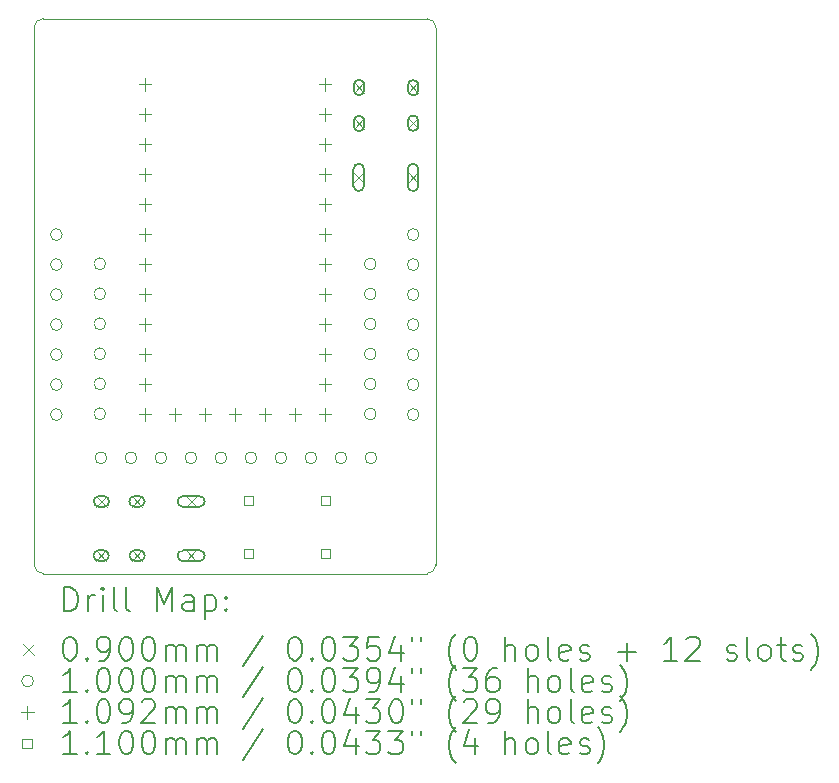
<source format=gbr>
%TF.GenerationSoftware,KiCad,Pcbnew,7.0.5*%
%TF.CreationDate,2023-06-20T21:04:07+08:00*%
%TF.ProjectId,handwire microboard,68616e64-7769-4726-9520-6d6963726f62,rev?*%
%TF.SameCoordinates,Original*%
%TF.FileFunction,Drillmap*%
%TF.FilePolarity,Positive*%
%FSLAX45Y45*%
G04 Gerber Fmt 4.5, Leading zero omitted, Abs format (unit mm)*
G04 Created by KiCad (PCBNEW 7.0.5) date 2023-06-20 21:04:07*
%MOMM*%
%LPD*%
G01*
G04 APERTURE LIST*
%ADD10C,0.100000*%
%ADD11C,0.200000*%
%ADD12C,0.090000*%
%ADD13C,0.109220*%
%ADD14C,0.110000*%
G04 APERTURE END LIST*
D10*
X11543500Y-8161020D02*
X8293900Y-8161020D01*
X8217700Y-8237220D02*
X8217700Y-12783820D01*
X8217698Y-12783820D02*
G75*
G03*
X8294081Y-12860201I76382J0D01*
G01*
X11619700Y-12783820D02*
X11619700Y-8237220D01*
X11619700Y-8237220D02*
G75*
G03*
X11543500Y-8161020I-76200J0D01*
G01*
X11543500Y-12860020D02*
G75*
G03*
X11619700Y-12783820I0J76200D01*
G01*
X8294081Y-12860201D02*
X11543500Y-12860020D01*
X8293900Y-8161020D02*
G75*
G03*
X8217700Y-8237220I0J-76200D01*
G01*
D11*
D12*
X8740225Y-12662620D02*
X8830225Y-12752620D01*
X8830225Y-12662620D02*
X8740225Y-12752620D01*
D11*
X8765225Y-12752620D02*
X8805225Y-12752620D01*
X8805225Y-12752620D02*
G75*
G03*
X8805225Y-12662620I0J45000D01*
G01*
X8805225Y-12662620D02*
X8765225Y-12662620D01*
X8765225Y-12662620D02*
G75*
G03*
X8765225Y-12752620I0J-45000D01*
G01*
D12*
X8742725Y-12204020D02*
X8832725Y-12294020D01*
X8832725Y-12204020D02*
X8742725Y-12294020D01*
D11*
X8767725Y-12294020D02*
X8807725Y-12294020D01*
X8807725Y-12294020D02*
G75*
G03*
X8807725Y-12204020I0J45000D01*
G01*
X8807725Y-12204020D02*
X8767725Y-12204020D01*
X8767725Y-12204020D02*
G75*
G03*
X8767725Y-12294020I0J-45000D01*
G01*
D12*
X9042725Y-12204020D02*
X9132725Y-12294020D01*
X9132725Y-12204020D02*
X9042725Y-12294020D01*
D11*
X9067725Y-12294020D02*
X9107725Y-12294020D01*
X9107725Y-12294020D02*
G75*
G03*
X9107725Y-12204020I0J45000D01*
G01*
X9107725Y-12204020D02*
X9067725Y-12204020D01*
X9067725Y-12204020D02*
G75*
G03*
X9067725Y-12294020I0J-45000D01*
G01*
D12*
X9045025Y-12662620D02*
X9135025Y-12752620D01*
X9135025Y-12662620D02*
X9045025Y-12752620D01*
D11*
X9070025Y-12752620D02*
X9110025Y-12752620D01*
X9110025Y-12752620D02*
G75*
G03*
X9110025Y-12662620I0J45000D01*
G01*
X9110025Y-12662620D02*
X9070025Y-12662620D01*
X9070025Y-12662620D02*
G75*
G03*
X9070025Y-12752620I0J-45000D01*
G01*
D12*
X9502225Y-12664020D02*
X9592225Y-12754020D01*
X9592225Y-12664020D02*
X9502225Y-12754020D01*
D11*
X9477225Y-12754020D02*
X9617225Y-12754020D01*
X9617225Y-12754020D02*
G75*
G03*
X9617225Y-12664020I0J45000D01*
G01*
X9617225Y-12664020D02*
X9477225Y-12664020D01*
X9477225Y-12664020D02*
G75*
G03*
X9477225Y-12754020I0J-45000D01*
G01*
D12*
X9502725Y-12204020D02*
X9592725Y-12294020D01*
X9592725Y-12204020D02*
X9502725Y-12294020D01*
D11*
X9477725Y-12294020D02*
X9617725Y-12294020D01*
X9617725Y-12294020D02*
G75*
G03*
X9617725Y-12204020I0J45000D01*
G01*
X9617725Y-12204020D02*
X9477725Y-12204020D01*
X9477725Y-12204020D02*
G75*
G03*
X9477725Y-12294020I0J-45000D01*
G01*
D12*
X10921320Y-9460785D02*
X11011320Y-9550785D01*
X11011320Y-9460785D02*
X10921320Y-9550785D01*
D11*
X10921320Y-9435785D02*
X10921320Y-9575785D01*
X10921320Y-9575785D02*
G75*
G03*
X11011320Y-9575785I45000J0D01*
G01*
X11011320Y-9575785D02*
X11011320Y-9435785D01*
X11011320Y-9435785D02*
G75*
G03*
X10921320Y-9435785I-45000J0D01*
G01*
D12*
X10922720Y-8698785D02*
X11012720Y-8788785D01*
X11012720Y-8698785D02*
X10922720Y-8788785D01*
D11*
X10922720Y-8723785D02*
X10922720Y-8763785D01*
X10922720Y-8763785D02*
G75*
G03*
X11012720Y-8763785I45000J0D01*
G01*
X11012720Y-8763785D02*
X11012720Y-8723785D01*
X11012720Y-8723785D02*
G75*
G03*
X10922720Y-8723785I-45000J0D01*
G01*
D12*
X10922720Y-9003585D02*
X11012720Y-9093585D01*
X11012720Y-9003585D02*
X10922720Y-9093585D01*
D11*
X10922720Y-9028585D02*
X10922720Y-9068585D01*
X10922720Y-9068585D02*
G75*
G03*
X11012720Y-9068585I45000J0D01*
G01*
X11012720Y-9068585D02*
X11012720Y-9028585D01*
X11012720Y-9028585D02*
G75*
G03*
X10922720Y-9028585I-45000J0D01*
G01*
D12*
X11381320Y-8701285D02*
X11471320Y-8791285D01*
X11471320Y-8701285D02*
X11381320Y-8791285D01*
D11*
X11381320Y-8726285D02*
X11381320Y-8766285D01*
X11381320Y-8766285D02*
G75*
G03*
X11471320Y-8766285I45000J0D01*
G01*
X11471320Y-8766285D02*
X11471320Y-8726285D01*
X11471320Y-8726285D02*
G75*
G03*
X11381320Y-8726285I-45000J0D01*
G01*
D12*
X11381320Y-9001285D02*
X11471320Y-9091285D01*
X11471320Y-9001285D02*
X11381320Y-9091285D01*
D11*
X11381320Y-9026285D02*
X11381320Y-9066285D01*
X11381320Y-9066285D02*
G75*
G03*
X11471320Y-9066285I45000J0D01*
G01*
X11471320Y-9066285D02*
X11471320Y-9026285D01*
X11471320Y-9026285D02*
G75*
G03*
X11381320Y-9026285I-45000J0D01*
G01*
D12*
X11381320Y-9461285D02*
X11471320Y-9551285D01*
X11471320Y-9461285D02*
X11381320Y-9551285D01*
D11*
X11381320Y-9436285D02*
X11381320Y-9576285D01*
X11381320Y-9576285D02*
G75*
G03*
X11471320Y-9576285I45000J0D01*
G01*
X11471320Y-9576285D02*
X11471320Y-9436285D01*
X11471320Y-9436285D02*
G75*
G03*
X11381320Y-9436285I-45000J0D01*
G01*
D10*
X8455660Y-9989820D02*
G75*
G03*
X8455660Y-9989820I-50000J0D01*
G01*
X8455660Y-10243820D02*
G75*
G03*
X8455660Y-10243820I-50000J0D01*
G01*
X8455660Y-10497820D02*
G75*
G03*
X8455660Y-10497820I-50000J0D01*
G01*
X8455660Y-10751820D02*
G75*
G03*
X8455660Y-10751820I-50000J0D01*
G01*
X8455660Y-11005820D02*
G75*
G03*
X8455660Y-11005820I-50000J0D01*
G01*
X8455660Y-11259820D02*
G75*
G03*
X8455660Y-11259820I-50000J0D01*
G01*
X8455660Y-11513820D02*
G75*
G03*
X8455660Y-11513820I-50000J0D01*
G01*
X8823960Y-10236200D02*
G75*
G03*
X8823960Y-10236200I-50000J0D01*
G01*
X8823960Y-10490200D02*
G75*
G03*
X8823960Y-10490200I-50000J0D01*
G01*
X8823960Y-10744200D02*
G75*
G03*
X8823960Y-10744200I-50000J0D01*
G01*
X8823960Y-10998200D02*
G75*
G03*
X8823960Y-10998200I-50000J0D01*
G01*
X8823960Y-11252200D02*
G75*
G03*
X8823960Y-11252200I-50000J0D01*
G01*
X8823960Y-11506200D02*
G75*
G03*
X8823960Y-11506200I-50000J0D01*
G01*
X8833320Y-11879580D02*
G75*
G03*
X8833320Y-11879580I-50000J0D01*
G01*
X9087320Y-11879580D02*
G75*
G03*
X9087320Y-11879580I-50000J0D01*
G01*
X9341320Y-11879580D02*
G75*
G03*
X9341320Y-11879580I-50000J0D01*
G01*
X9595320Y-11879580D02*
G75*
G03*
X9595320Y-11879580I-50000J0D01*
G01*
X9849320Y-11879580D02*
G75*
G03*
X9849320Y-11879580I-50000J0D01*
G01*
X10103320Y-11879580D02*
G75*
G03*
X10103320Y-11879580I-50000J0D01*
G01*
X10357320Y-11879580D02*
G75*
G03*
X10357320Y-11879580I-50000J0D01*
G01*
X10611320Y-11879580D02*
G75*
G03*
X10611320Y-11879580I-50000J0D01*
G01*
X10865320Y-11879580D02*
G75*
G03*
X10865320Y-11879580I-50000J0D01*
G01*
X11113440Y-10238740D02*
G75*
G03*
X11113440Y-10238740I-50000J0D01*
G01*
X11113440Y-10492740D02*
G75*
G03*
X11113440Y-10492740I-50000J0D01*
G01*
X11113440Y-10746740D02*
G75*
G03*
X11113440Y-10746740I-50000J0D01*
G01*
X11113440Y-11000740D02*
G75*
G03*
X11113440Y-11000740I-50000J0D01*
G01*
X11113440Y-11254740D02*
G75*
G03*
X11113440Y-11254740I-50000J0D01*
G01*
X11113440Y-11508740D02*
G75*
G03*
X11113440Y-11508740I-50000J0D01*
G01*
X11119320Y-11879580D02*
G75*
G03*
X11119320Y-11879580I-50000J0D01*
G01*
X11476660Y-9989820D02*
G75*
G03*
X11476660Y-9989820I-50000J0D01*
G01*
X11476660Y-10243820D02*
G75*
G03*
X11476660Y-10243820I-50000J0D01*
G01*
X11476660Y-10497820D02*
G75*
G03*
X11476660Y-10497820I-50000J0D01*
G01*
X11476660Y-10751820D02*
G75*
G03*
X11476660Y-10751820I-50000J0D01*
G01*
X11476660Y-11005820D02*
G75*
G03*
X11476660Y-11005820I-50000J0D01*
G01*
X11476660Y-11259820D02*
G75*
G03*
X11476660Y-11259820I-50000J0D01*
G01*
X11476660Y-11513820D02*
G75*
G03*
X11476660Y-11513820I-50000J0D01*
G01*
D13*
X9156700Y-8660685D02*
X9156700Y-8769905D01*
X9102090Y-8715295D02*
X9211310Y-8715295D01*
X9156700Y-8914685D02*
X9156700Y-9023905D01*
X9102090Y-8969295D02*
X9211310Y-8969295D01*
X9156700Y-9168685D02*
X9156700Y-9277905D01*
X9102090Y-9223295D02*
X9211310Y-9223295D01*
X9156700Y-9422685D02*
X9156700Y-9531905D01*
X9102090Y-9477295D02*
X9211310Y-9477295D01*
X9156700Y-9676685D02*
X9156700Y-9785905D01*
X9102090Y-9731295D02*
X9211310Y-9731295D01*
X9156700Y-9930685D02*
X9156700Y-10039905D01*
X9102090Y-9985295D02*
X9211310Y-9985295D01*
X9156700Y-10184685D02*
X9156700Y-10293905D01*
X9102090Y-10239295D02*
X9211310Y-10239295D01*
X9156700Y-10438685D02*
X9156700Y-10547905D01*
X9102090Y-10493295D02*
X9211310Y-10493295D01*
X9156700Y-10692685D02*
X9156700Y-10801905D01*
X9102090Y-10747295D02*
X9211310Y-10747295D01*
X9156700Y-10946685D02*
X9156700Y-11055905D01*
X9102090Y-11001295D02*
X9211310Y-11001295D01*
X9156700Y-11200685D02*
X9156700Y-11309905D01*
X9102090Y-11255295D02*
X9211310Y-11255295D01*
X9156700Y-11454685D02*
X9156700Y-11563905D01*
X9102090Y-11509295D02*
X9211310Y-11509295D01*
X9410700Y-11454685D02*
X9410700Y-11563905D01*
X9356090Y-11509295D02*
X9465310Y-11509295D01*
X9664700Y-11454685D02*
X9664700Y-11563905D01*
X9610090Y-11509295D02*
X9719310Y-11509295D01*
X9918700Y-11454685D02*
X9918700Y-11563905D01*
X9864090Y-11509295D02*
X9973310Y-11509295D01*
X10172700Y-11454685D02*
X10172700Y-11563905D01*
X10118090Y-11509295D02*
X10227310Y-11509295D01*
X10426700Y-11454685D02*
X10426700Y-11563905D01*
X10372090Y-11509295D02*
X10481310Y-11509295D01*
X10680700Y-8660685D02*
X10680700Y-8769905D01*
X10626090Y-8715295D02*
X10735310Y-8715295D01*
X10680700Y-8914685D02*
X10680700Y-9023905D01*
X10626090Y-8969295D02*
X10735310Y-8969295D01*
X10680700Y-9168685D02*
X10680700Y-9277905D01*
X10626090Y-9223295D02*
X10735310Y-9223295D01*
X10680700Y-9422685D02*
X10680700Y-9531905D01*
X10626090Y-9477295D02*
X10735310Y-9477295D01*
X10680700Y-9676685D02*
X10680700Y-9785905D01*
X10626090Y-9731295D02*
X10735310Y-9731295D01*
X10680700Y-9930685D02*
X10680700Y-10039905D01*
X10626090Y-9985295D02*
X10735310Y-9985295D01*
X10680700Y-10184685D02*
X10680700Y-10293905D01*
X10626090Y-10239295D02*
X10735310Y-10239295D01*
X10680700Y-10438685D02*
X10680700Y-10547905D01*
X10626090Y-10493295D02*
X10735310Y-10493295D01*
X10680700Y-10692685D02*
X10680700Y-10801905D01*
X10626090Y-10747295D02*
X10735310Y-10747295D01*
X10680700Y-10946685D02*
X10680700Y-11055905D01*
X10626090Y-11001295D02*
X10735310Y-11001295D01*
X10680700Y-11200685D02*
X10680700Y-11309905D01*
X10626090Y-11255295D02*
X10735310Y-11255295D01*
X10680700Y-11454685D02*
X10680700Y-11563905D01*
X10626090Y-11509295D02*
X10735310Y-11509295D01*
D14*
X10071891Y-12280211D02*
X10071891Y-12202429D01*
X9994109Y-12202429D01*
X9994109Y-12280211D01*
X10071891Y-12280211D01*
X10071891Y-12730211D02*
X10071891Y-12652429D01*
X9994109Y-12652429D01*
X9994109Y-12730211D01*
X10071891Y-12730211D01*
X10721891Y-12280211D02*
X10721891Y-12202429D01*
X10644109Y-12202429D01*
X10644109Y-12280211D01*
X10721891Y-12280211D01*
X10721891Y-12730211D02*
X10721891Y-12652429D01*
X10644109Y-12652429D01*
X10644109Y-12730211D01*
X10721891Y-12730211D01*
D11*
X8473477Y-13176685D02*
X8473477Y-12976685D01*
X8473477Y-12976685D02*
X8521096Y-12976685D01*
X8521096Y-12976685D02*
X8549667Y-12986209D01*
X8549667Y-12986209D02*
X8568715Y-13005257D01*
X8568715Y-13005257D02*
X8578239Y-13024304D01*
X8578239Y-13024304D02*
X8587763Y-13062399D01*
X8587763Y-13062399D02*
X8587763Y-13090971D01*
X8587763Y-13090971D02*
X8578239Y-13129066D01*
X8578239Y-13129066D02*
X8568715Y-13148114D01*
X8568715Y-13148114D02*
X8549667Y-13167161D01*
X8549667Y-13167161D02*
X8521096Y-13176685D01*
X8521096Y-13176685D02*
X8473477Y-13176685D01*
X8673477Y-13176685D02*
X8673477Y-13043352D01*
X8673477Y-13081447D02*
X8683001Y-13062399D01*
X8683001Y-13062399D02*
X8692524Y-13052876D01*
X8692524Y-13052876D02*
X8711572Y-13043352D01*
X8711572Y-13043352D02*
X8730620Y-13043352D01*
X8797286Y-13176685D02*
X8797286Y-13043352D01*
X8797286Y-12976685D02*
X8787763Y-12986209D01*
X8787763Y-12986209D02*
X8797286Y-12995733D01*
X8797286Y-12995733D02*
X8806810Y-12986209D01*
X8806810Y-12986209D02*
X8797286Y-12976685D01*
X8797286Y-12976685D02*
X8797286Y-12995733D01*
X8921096Y-13176685D02*
X8902048Y-13167161D01*
X8902048Y-13167161D02*
X8892524Y-13148114D01*
X8892524Y-13148114D02*
X8892524Y-12976685D01*
X9025858Y-13176685D02*
X9006810Y-13167161D01*
X9006810Y-13167161D02*
X8997286Y-13148114D01*
X8997286Y-13148114D02*
X8997286Y-12976685D01*
X9254429Y-13176685D02*
X9254429Y-12976685D01*
X9254429Y-12976685D02*
X9321096Y-13119542D01*
X9321096Y-13119542D02*
X9387763Y-12976685D01*
X9387763Y-12976685D02*
X9387763Y-13176685D01*
X9568715Y-13176685D02*
X9568715Y-13071923D01*
X9568715Y-13071923D02*
X9559191Y-13052876D01*
X9559191Y-13052876D02*
X9540144Y-13043352D01*
X9540144Y-13043352D02*
X9502048Y-13043352D01*
X9502048Y-13043352D02*
X9483001Y-13052876D01*
X9568715Y-13167161D02*
X9549667Y-13176685D01*
X9549667Y-13176685D02*
X9502048Y-13176685D01*
X9502048Y-13176685D02*
X9483001Y-13167161D01*
X9483001Y-13167161D02*
X9473477Y-13148114D01*
X9473477Y-13148114D02*
X9473477Y-13129066D01*
X9473477Y-13129066D02*
X9483001Y-13110019D01*
X9483001Y-13110019D02*
X9502048Y-13100495D01*
X9502048Y-13100495D02*
X9549667Y-13100495D01*
X9549667Y-13100495D02*
X9568715Y-13090971D01*
X9663953Y-13043352D02*
X9663953Y-13243352D01*
X9663953Y-13052876D02*
X9683001Y-13043352D01*
X9683001Y-13043352D02*
X9721096Y-13043352D01*
X9721096Y-13043352D02*
X9740144Y-13052876D01*
X9740144Y-13052876D02*
X9749667Y-13062399D01*
X9749667Y-13062399D02*
X9759191Y-13081447D01*
X9759191Y-13081447D02*
X9759191Y-13138590D01*
X9759191Y-13138590D02*
X9749667Y-13157638D01*
X9749667Y-13157638D02*
X9740144Y-13167161D01*
X9740144Y-13167161D02*
X9721096Y-13176685D01*
X9721096Y-13176685D02*
X9683001Y-13176685D01*
X9683001Y-13176685D02*
X9663953Y-13167161D01*
X9844905Y-13157638D02*
X9854429Y-13167161D01*
X9854429Y-13167161D02*
X9844905Y-13176685D01*
X9844905Y-13176685D02*
X9835382Y-13167161D01*
X9835382Y-13167161D02*
X9844905Y-13157638D01*
X9844905Y-13157638D02*
X9844905Y-13176685D01*
X9844905Y-13052876D02*
X9854429Y-13062399D01*
X9854429Y-13062399D02*
X9844905Y-13071923D01*
X9844905Y-13071923D02*
X9835382Y-13062399D01*
X9835382Y-13062399D02*
X9844905Y-13052876D01*
X9844905Y-13052876D02*
X9844905Y-13071923D01*
D12*
X8122700Y-13460201D02*
X8212700Y-13550201D01*
X8212700Y-13460201D02*
X8122700Y-13550201D01*
D11*
X8511572Y-13396685D02*
X8530620Y-13396685D01*
X8530620Y-13396685D02*
X8549667Y-13406209D01*
X8549667Y-13406209D02*
X8559191Y-13415733D01*
X8559191Y-13415733D02*
X8568715Y-13434780D01*
X8568715Y-13434780D02*
X8578239Y-13472876D01*
X8578239Y-13472876D02*
X8578239Y-13520495D01*
X8578239Y-13520495D02*
X8568715Y-13558590D01*
X8568715Y-13558590D02*
X8559191Y-13577638D01*
X8559191Y-13577638D02*
X8549667Y-13587161D01*
X8549667Y-13587161D02*
X8530620Y-13596685D01*
X8530620Y-13596685D02*
X8511572Y-13596685D01*
X8511572Y-13596685D02*
X8492524Y-13587161D01*
X8492524Y-13587161D02*
X8483001Y-13577638D01*
X8483001Y-13577638D02*
X8473477Y-13558590D01*
X8473477Y-13558590D02*
X8463953Y-13520495D01*
X8463953Y-13520495D02*
X8463953Y-13472876D01*
X8463953Y-13472876D02*
X8473477Y-13434780D01*
X8473477Y-13434780D02*
X8483001Y-13415733D01*
X8483001Y-13415733D02*
X8492524Y-13406209D01*
X8492524Y-13406209D02*
X8511572Y-13396685D01*
X8663953Y-13577638D02*
X8673477Y-13587161D01*
X8673477Y-13587161D02*
X8663953Y-13596685D01*
X8663953Y-13596685D02*
X8654429Y-13587161D01*
X8654429Y-13587161D02*
X8663953Y-13577638D01*
X8663953Y-13577638D02*
X8663953Y-13596685D01*
X8768715Y-13596685D02*
X8806810Y-13596685D01*
X8806810Y-13596685D02*
X8825858Y-13587161D01*
X8825858Y-13587161D02*
X8835382Y-13577638D01*
X8835382Y-13577638D02*
X8854429Y-13549066D01*
X8854429Y-13549066D02*
X8863953Y-13510971D01*
X8863953Y-13510971D02*
X8863953Y-13434780D01*
X8863953Y-13434780D02*
X8854429Y-13415733D01*
X8854429Y-13415733D02*
X8844905Y-13406209D01*
X8844905Y-13406209D02*
X8825858Y-13396685D01*
X8825858Y-13396685D02*
X8787763Y-13396685D01*
X8787763Y-13396685D02*
X8768715Y-13406209D01*
X8768715Y-13406209D02*
X8759191Y-13415733D01*
X8759191Y-13415733D02*
X8749667Y-13434780D01*
X8749667Y-13434780D02*
X8749667Y-13482399D01*
X8749667Y-13482399D02*
X8759191Y-13501447D01*
X8759191Y-13501447D02*
X8768715Y-13510971D01*
X8768715Y-13510971D02*
X8787763Y-13520495D01*
X8787763Y-13520495D02*
X8825858Y-13520495D01*
X8825858Y-13520495D02*
X8844905Y-13510971D01*
X8844905Y-13510971D02*
X8854429Y-13501447D01*
X8854429Y-13501447D02*
X8863953Y-13482399D01*
X8987763Y-13396685D02*
X9006810Y-13396685D01*
X9006810Y-13396685D02*
X9025858Y-13406209D01*
X9025858Y-13406209D02*
X9035382Y-13415733D01*
X9035382Y-13415733D02*
X9044905Y-13434780D01*
X9044905Y-13434780D02*
X9054429Y-13472876D01*
X9054429Y-13472876D02*
X9054429Y-13520495D01*
X9054429Y-13520495D02*
X9044905Y-13558590D01*
X9044905Y-13558590D02*
X9035382Y-13577638D01*
X9035382Y-13577638D02*
X9025858Y-13587161D01*
X9025858Y-13587161D02*
X9006810Y-13596685D01*
X9006810Y-13596685D02*
X8987763Y-13596685D01*
X8987763Y-13596685D02*
X8968715Y-13587161D01*
X8968715Y-13587161D02*
X8959191Y-13577638D01*
X8959191Y-13577638D02*
X8949667Y-13558590D01*
X8949667Y-13558590D02*
X8940144Y-13520495D01*
X8940144Y-13520495D02*
X8940144Y-13472876D01*
X8940144Y-13472876D02*
X8949667Y-13434780D01*
X8949667Y-13434780D02*
X8959191Y-13415733D01*
X8959191Y-13415733D02*
X8968715Y-13406209D01*
X8968715Y-13406209D02*
X8987763Y-13396685D01*
X9178239Y-13396685D02*
X9197286Y-13396685D01*
X9197286Y-13396685D02*
X9216334Y-13406209D01*
X9216334Y-13406209D02*
X9225858Y-13415733D01*
X9225858Y-13415733D02*
X9235382Y-13434780D01*
X9235382Y-13434780D02*
X9244905Y-13472876D01*
X9244905Y-13472876D02*
X9244905Y-13520495D01*
X9244905Y-13520495D02*
X9235382Y-13558590D01*
X9235382Y-13558590D02*
X9225858Y-13577638D01*
X9225858Y-13577638D02*
X9216334Y-13587161D01*
X9216334Y-13587161D02*
X9197286Y-13596685D01*
X9197286Y-13596685D02*
X9178239Y-13596685D01*
X9178239Y-13596685D02*
X9159191Y-13587161D01*
X9159191Y-13587161D02*
X9149667Y-13577638D01*
X9149667Y-13577638D02*
X9140144Y-13558590D01*
X9140144Y-13558590D02*
X9130620Y-13520495D01*
X9130620Y-13520495D02*
X9130620Y-13472876D01*
X9130620Y-13472876D02*
X9140144Y-13434780D01*
X9140144Y-13434780D02*
X9149667Y-13415733D01*
X9149667Y-13415733D02*
X9159191Y-13406209D01*
X9159191Y-13406209D02*
X9178239Y-13396685D01*
X9330620Y-13596685D02*
X9330620Y-13463352D01*
X9330620Y-13482399D02*
X9340144Y-13472876D01*
X9340144Y-13472876D02*
X9359191Y-13463352D01*
X9359191Y-13463352D02*
X9387763Y-13463352D01*
X9387763Y-13463352D02*
X9406810Y-13472876D01*
X9406810Y-13472876D02*
X9416334Y-13491923D01*
X9416334Y-13491923D02*
X9416334Y-13596685D01*
X9416334Y-13491923D02*
X9425858Y-13472876D01*
X9425858Y-13472876D02*
X9444905Y-13463352D01*
X9444905Y-13463352D02*
X9473477Y-13463352D01*
X9473477Y-13463352D02*
X9492525Y-13472876D01*
X9492525Y-13472876D02*
X9502048Y-13491923D01*
X9502048Y-13491923D02*
X9502048Y-13596685D01*
X9597286Y-13596685D02*
X9597286Y-13463352D01*
X9597286Y-13482399D02*
X9606810Y-13472876D01*
X9606810Y-13472876D02*
X9625858Y-13463352D01*
X9625858Y-13463352D02*
X9654429Y-13463352D01*
X9654429Y-13463352D02*
X9673477Y-13472876D01*
X9673477Y-13472876D02*
X9683001Y-13491923D01*
X9683001Y-13491923D02*
X9683001Y-13596685D01*
X9683001Y-13491923D02*
X9692525Y-13472876D01*
X9692525Y-13472876D02*
X9711572Y-13463352D01*
X9711572Y-13463352D02*
X9740144Y-13463352D01*
X9740144Y-13463352D02*
X9759191Y-13472876D01*
X9759191Y-13472876D02*
X9768715Y-13491923D01*
X9768715Y-13491923D02*
X9768715Y-13596685D01*
X10159191Y-13387161D02*
X9987763Y-13644304D01*
X10416334Y-13396685D02*
X10435382Y-13396685D01*
X10435382Y-13396685D02*
X10454429Y-13406209D01*
X10454429Y-13406209D02*
X10463953Y-13415733D01*
X10463953Y-13415733D02*
X10473477Y-13434780D01*
X10473477Y-13434780D02*
X10483001Y-13472876D01*
X10483001Y-13472876D02*
X10483001Y-13520495D01*
X10483001Y-13520495D02*
X10473477Y-13558590D01*
X10473477Y-13558590D02*
X10463953Y-13577638D01*
X10463953Y-13577638D02*
X10454429Y-13587161D01*
X10454429Y-13587161D02*
X10435382Y-13596685D01*
X10435382Y-13596685D02*
X10416334Y-13596685D01*
X10416334Y-13596685D02*
X10397287Y-13587161D01*
X10397287Y-13587161D02*
X10387763Y-13577638D01*
X10387763Y-13577638D02*
X10378239Y-13558590D01*
X10378239Y-13558590D02*
X10368715Y-13520495D01*
X10368715Y-13520495D02*
X10368715Y-13472876D01*
X10368715Y-13472876D02*
X10378239Y-13434780D01*
X10378239Y-13434780D02*
X10387763Y-13415733D01*
X10387763Y-13415733D02*
X10397287Y-13406209D01*
X10397287Y-13406209D02*
X10416334Y-13396685D01*
X10568715Y-13577638D02*
X10578239Y-13587161D01*
X10578239Y-13587161D02*
X10568715Y-13596685D01*
X10568715Y-13596685D02*
X10559191Y-13587161D01*
X10559191Y-13587161D02*
X10568715Y-13577638D01*
X10568715Y-13577638D02*
X10568715Y-13596685D01*
X10702048Y-13396685D02*
X10721096Y-13396685D01*
X10721096Y-13396685D02*
X10740144Y-13406209D01*
X10740144Y-13406209D02*
X10749668Y-13415733D01*
X10749668Y-13415733D02*
X10759191Y-13434780D01*
X10759191Y-13434780D02*
X10768715Y-13472876D01*
X10768715Y-13472876D02*
X10768715Y-13520495D01*
X10768715Y-13520495D02*
X10759191Y-13558590D01*
X10759191Y-13558590D02*
X10749668Y-13577638D01*
X10749668Y-13577638D02*
X10740144Y-13587161D01*
X10740144Y-13587161D02*
X10721096Y-13596685D01*
X10721096Y-13596685D02*
X10702048Y-13596685D01*
X10702048Y-13596685D02*
X10683001Y-13587161D01*
X10683001Y-13587161D02*
X10673477Y-13577638D01*
X10673477Y-13577638D02*
X10663953Y-13558590D01*
X10663953Y-13558590D02*
X10654429Y-13520495D01*
X10654429Y-13520495D02*
X10654429Y-13472876D01*
X10654429Y-13472876D02*
X10663953Y-13434780D01*
X10663953Y-13434780D02*
X10673477Y-13415733D01*
X10673477Y-13415733D02*
X10683001Y-13406209D01*
X10683001Y-13406209D02*
X10702048Y-13396685D01*
X10835382Y-13396685D02*
X10959191Y-13396685D01*
X10959191Y-13396685D02*
X10892525Y-13472876D01*
X10892525Y-13472876D02*
X10921096Y-13472876D01*
X10921096Y-13472876D02*
X10940144Y-13482399D01*
X10940144Y-13482399D02*
X10949668Y-13491923D01*
X10949668Y-13491923D02*
X10959191Y-13510971D01*
X10959191Y-13510971D02*
X10959191Y-13558590D01*
X10959191Y-13558590D02*
X10949668Y-13577638D01*
X10949668Y-13577638D02*
X10940144Y-13587161D01*
X10940144Y-13587161D02*
X10921096Y-13596685D01*
X10921096Y-13596685D02*
X10863953Y-13596685D01*
X10863953Y-13596685D02*
X10844906Y-13587161D01*
X10844906Y-13587161D02*
X10835382Y-13577638D01*
X11140144Y-13396685D02*
X11044906Y-13396685D01*
X11044906Y-13396685D02*
X11035382Y-13491923D01*
X11035382Y-13491923D02*
X11044906Y-13482399D01*
X11044906Y-13482399D02*
X11063953Y-13472876D01*
X11063953Y-13472876D02*
X11111572Y-13472876D01*
X11111572Y-13472876D02*
X11130620Y-13482399D01*
X11130620Y-13482399D02*
X11140144Y-13491923D01*
X11140144Y-13491923D02*
X11149668Y-13510971D01*
X11149668Y-13510971D02*
X11149668Y-13558590D01*
X11149668Y-13558590D02*
X11140144Y-13577638D01*
X11140144Y-13577638D02*
X11130620Y-13587161D01*
X11130620Y-13587161D02*
X11111572Y-13596685D01*
X11111572Y-13596685D02*
X11063953Y-13596685D01*
X11063953Y-13596685D02*
X11044906Y-13587161D01*
X11044906Y-13587161D02*
X11035382Y-13577638D01*
X11321096Y-13463352D02*
X11321096Y-13596685D01*
X11273477Y-13387161D02*
X11225858Y-13530019D01*
X11225858Y-13530019D02*
X11349667Y-13530019D01*
X11416334Y-13396685D02*
X11416334Y-13434780D01*
X11492525Y-13396685D02*
X11492525Y-13434780D01*
X11787763Y-13672876D02*
X11778239Y-13663352D01*
X11778239Y-13663352D02*
X11759191Y-13634780D01*
X11759191Y-13634780D02*
X11749668Y-13615733D01*
X11749668Y-13615733D02*
X11740144Y-13587161D01*
X11740144Y-13587161D02*
X11730620Y-13539542D01*
X11730620Y-13539542D02*
X11730620Y-13501447D01*
X11730620Y-13501447D02*
X11740144Y-13453828D01*
X11740144Y-13453828D02*
X11749668Y-13425257D01*
X11749668Y-13425257D02*
X11759191Y-13406209D01*
X11759191Y-13406209D02*
X11778239Y-13377638D01*
X11778239Y-13377638D02*
X11787763Y-13368114D01*
X11902048Y-13396685D02*
X11921096Y-13396685D01*
X11921096Y-13396685D02*
X11940144Y-13406209D01*
X11940144Y-13406209D02*
X11949668Y-13415733D01*
X11949668Y-13415733D02*
X11959191Y-13434780D01*
X11959191Y-13434780D02*
X11968715Y-13472876D01*
X11968715Y-13472876D02*
X11968715Y-13520495D01*
X11968715Y-13520495D02*
X11959191Y-13558590D01*
X11959191Y-13558590D02*
X11949668Y-13577638D01*
X11949668Y-13577638D02*
X11940144Y-13587161D01*
X11940144Y-13587161D02*
X11921096Y-13596685D01*
X11921096Y-13596685D02*
X11902048Y-13596685D01*
X11902048Y-13596685D02*
X11883001Y-13587161D01*
X11883001Y-13587161D02*
X11873477Y-13577638D01*
X11873477Y-13577638D02*
X11863953Y-13558590D01*
X11863953Y-13558590D02*
X11854429Y-13520495D01*
X11854429Y-13520495D02*
X11854429Y-13472876D01*
X11854429Y-13472876D02*
X11863953Y-13434780D01*
X11863953Y-13434780D02*
X11873477Y-13415733D01*
X11873477Y-13415733D02*
X11883001Y-13406209D01*
X11883001Y-13406209D02*
X11902048Y-13396685D01*
X12206810Y-13596685D02*
X12206810Y-13396685D01*
X12292525Y-13596685D02*
X12292525Y-13491923D01*
X12292525Y-13491923D02*
X12283001Y-13472876D01*
X12283001Y-13472876D02*
X12263953Y-13463352D01*
X12263953Y-13463352D02*
X12235382Y-13463352D01*
X12235382Y-13463352D02*
X12216334Y-13472876D01*
X12216334Y-13472876D02*
X12206810Y-13482399D01*
X12416334Y-13596685D02*
X12397287Y-13587161D01*
X12397287Y-13587161D02*
X12387763Y-13577638D01*
X12387763Y-13577638D02*
X12378239Y-13558590D01*
X12378239Y-13558590D02*
X12378239Y-13501447D01*
X12378239Y-13501447D02*
X12387763Y-13482399D01*
X12387763Y-13482399D02*
X12397287Y-13472876D01*
X12397287Y-13472876D02*
X12416334Y-13463352D01*
X12416334Y-13463352D02*
X12444906Y-13463352D01*
X12444906Y-13463352D02*
X12463953Y-13472876D01*
X12463953Y-13472876D02*
X12473477Y-13482399D01*
X12473477Y-13482399D02*
X12483001Y-13501447D01*
X12483001Y-13501447D02*
X12483001Y-13558590D01*
X12483001Y-13558590D02*
X12473477Y-13577638D01*
X12473477Y-13577638D02*
X12463953Y-13587161D01*
X12463953Y-13587161D02*
X12444906Y-13596685D01*
X12444906Y-13596685D02*
X12416334Y-13596685D01*
X12597287Y-13596685D02*
X12578239Y-13587161D01*
X12578239Y-13587161D02*
X12568715Y-13568114D01*
X12568715Y-13568114D02*
X12568715Y-13396685D01*
X12749668Y-13587161D02*
X12730620Y-13596685D01*
X12730620Y-13596685D02*
X12692525Y-13596685D01*
X12692525Y-13596685D02*
X12673477Y-13587161D01*
X12673477Y-13587161D02*
X12663953Y-13568114D01*
X12663953Y-13568114D02*
X12663953Y-13491923D01*
X12663953Y-13491923D02*
X12673477Y-13472876D01*
X12673477Y-13472876D02*
X12692525Y-13463352D01*
X12692525Y-13463352D02*
X12730620Y-13463352D01*
X12730620Y-13463352D02*
X12749668Y-13472876D01*
X12749668Y-13472876D02*
X12759191Y-13491923D01*
X12759191Y-13491923D02*
X12759191Y-13510971D01*
X12759191Y-13510971D02*
X12663953Y-13530019D01*
X12835382Y-13587161D02*
X12854430Y-13596685D01*
X12854430Y-13596685D02*
X12892525Y-13596685D01*
X12892525Y-13596685D02*
X12911572Y-13587161D01*
X12911572Y-13587161D02*
X12921096Y-13568114D01*
X12921096Y-13568114D02*
X12921096Y-13558590D01*
X12921096Y-13558590D02*
X12911572Y-13539542D01*
X12911572Y-13539542D02*
X12892525Y-13530019D01*
X12892525Y-13530019D02*
X12863953Y-13530019D01*
X12863953Y-13530019D02*
X12844906Y-13520495D01*
X12844906Y-13520495D02*
X12835382Y-13501447D01*
X12835382Y-13501447D02*
X12835382Y-13491923D01*
X12835382Y-13491923D02*
X12844906Y-13472876D01*
X12844906Y-13472876D02*
X12863953Y-13463352D01*
X12863953Y-13463352D02*
X12892525Y-13463352D01*
X12892525Y-13463352D02*
X12911572Y-13472876D01*
X13159192Y-13520495D02*
X13311573Y-13520495D01*
X13235382Y-13596685D02*
X13235382Y-13444304D01*
X13663953Y-13596685D02*
X13549668Y-13596685D01*
X13606811Y-13596685D02*
X13606811Y-13396685D01*
X13606811Y-13396685D02*
X13587763Y-13425257D01*
X13587763Y-13425257D02*
X13568715Y-13444304D01*
X13568715Y-13444304D02*
X13549668Y-13453828D01*
X13740144Y-13415733D02*
X13749668Y-13406209D01*
X13749668Y-13406209D02*
X13768715Y-13396685D01*
X13768715Y-13396685D02*
X13816334Y-13396685D01*
X13816334Y-13396685D02*
X13835382Y-13406209D01*
X13835382Y-13406209D02*
X13844906Y-13415733D01*
X13844906Y-13415733D02*
X13854430Y-13434780D01*
X13854430Y-13434780D02*
X13854430Y-13453828D01*
X13854430Y-13453828D02*
X13844906Y-13482399D01*
X13844906Y-13482399D02*
X13730620Y-13596685D01*
X13730620Y-13596685D02*
X13854430Y-13596685D01*
X14083001Y-13587161D02*
X14102049Y-13596685D01*
X14102049Y-13596685D02*
X14140144Y-13596685D01*
X14140144Y-13596685D02*
X14159192Y-13587161D01*
X14159192Y-13587161D02*
X14168715Y-13568114D01*
X14168715Y-13568114D02*
X14168715Y-13558590D01*
X14168715Y-13558590D02*
X14159192Y-13539542D01*
X14159192Y-13539542D02*
X14140144Y-13530019D01*
X14140144Y-13530019D02*
X14111573Y-13530019D01*
X14111573Y-13530019D02*
X14092525Y-13520495D01*
X14092525Y-13520495D02*
X14083001Y-13501447D01*
X14083001Y-13501447D02*
X14083001Y-13491923D01*
X14083001Y-13491923D02*
X14092525Y-13472876D01*
X14092525Y-13472876D02*
X14111573Y-13463352D01*
X14111573Y-13463352D02*
X14140144Y-13463352D01*
X14140144Y-13463352D02*
X14159192Y-13472876D01*
X14283001Y-13596685D02*
X14263954Y-13587161D01*
X14263954Y-13587161D02*
X14254430Y-13568114D01*
X14254430Y-13568114D02*
X14254430Y-13396685D01*
X14387763Y-13596685D02*
X14368715Y-13587161D01*
X14368715Y-13587161D02*
X14359192Y-13577638D01*
X14359192Y-13577638D02*
X14349668Y-13558590D01*
X14349668Y-13558590D02*
X14349668Y-13501447D01*
X14349668Y-13501447D02*
X14359192Y-13482399D01*
X14359192Y-13482399D02*
X14368715Y-13472876D01*
X14368715Y-13472876D02*
X14387763Y-13463352D01*
X14387763Y-13463352D02*
X14416335Y-13463352D01*
X14416335Y-13463352D02*
X14435382Y-13472876D01*
X14435382Y-13472876D02*
X14444906Y-13482399D01*
X14444906Y-13482399D02*
X14454430Y-13501447D01*
X14454430Y-13501447D02*
X14454430Y-13558590D01*
X14454430Y-13558590D02*
X14444906Y-13577638D01*
X14444906Y-13577638D02*
X14435382Y-13587161D01*
X14435382Y-13587161D02*
X14416335Y-13596685D01*
X14416335Y-13596685D02*
X14387763Y-13596685D01*
X14511573Y-13463352D02*
X14587763Y-13463352D01*
X14540144Y-13396685D02*
X14540144Y-13568114D01*
X14540144Y-13568114D02*
X14549668Y-13587161D01*
X14549668Y-13587161D02*
X14568715Y-13596685D01*
X14568715Y-13596685D02*
X14587763Y-13596685D01*
X14644906Y-13587161D02*
X14663954Y-13596685D01*
X14663954Y-13596685D02*
X14702049Y-13596685D01*
X14702049Y-13596685D02*
X14721096Y-13587161D01*
X14721096Y-13587161D02*
X14730620Y-13568114D01*
X14730620Y-13568114D02*
X14730620Y-13558590D01*
X14730620Y-13558590D02*
X14721096Y-13539542D01*
X14721096Y-13539542D02*
X14702049Y-13530019D01*
X14702049Y-13530019D02*
X14673477Y-13530019D01*
X14673477Y-13530019D02*
X14654430Y-13520495D01*
X14654430Y-13520495D02*
X14644906Y-13501447D01*
X14644906Y-13501447D02*
X14644906Y-13491923D01*
X14644906Y-13491923D02*
X14654430Y-13472876D01*
X14654430Y-13472876D02*
X14673477Y-13463352D01*
X14673477Y-13463352D02*
X14702049Y-13463352D01*
X14702049Y-13463352D02*
X14721096Y-13472876D01*
X14797287Y-13672876D02*
X14806811Y-13663352D01*
X14806811Y-13663352D02*
X14825858Y-13634780D01*
X14825858Y-13634780D02*
X14835382Y-13615733D01*
X14835382Y-13615733D02*
X14844906Y-13587161D01*
X14844906Y-13587161D02*
X14854430Y-13539542D01*
X14854430Y-13539542D02*
X14854430Y-13501447D01*
X14854430Y-13501447D02*
X14844906Y-13453828D01*
X14844906Y-13453828D02*
X14835382Y-13425257D01*
X14835382Y-13425257D02*
X14825858Y-13406209D01*
X14825858Y-13406209D02*
X14806811Y-13377638D01*
X14806811Y-13377638D02*
X14797287Y-13368114D01*
D10*
X8212700Y-13769201D02*
G75*
G03*
X8212700Y-13769201I-50000J0D01*
G01*
D11*
X8578239Y-13860685D02*
X8463953Y-13860685D01*
X8521096Y-13860685D02*
X8521096Y-13660685D01*
X8521096Y-13660685D02*
X8502048Y-13689257D01*
X8502048Y-13689257D02*
X8483001Y-13708304D01*
X8483001Y-13708304D02*
X8463953Y-13717828D01*
X8663953Y-13841638D02*
X8673477Y-13851161D01*
X8673477Y-13851161D02*
X8663953Y-13860685D01*
X8663953Y-13860685D02*
X8654429Y-13851161D01*
X8654429Y-13851161D02*
X8663953Y-13841638D01*
X8663953Y-13841638D02*
X8663953Y-13860685D01*
X8797286Y-13660685D02*
X8816334Y-13660685D01*
X8816334Y-13660685D02*
X8835382Y-13670209D01*
X8835382Y-13670209D02*
X8844905Y-13679733D01*
X8844905Y-13679733D02*
X8854429Y-13698780D01*
X8854429Y-13698780D02*
X8863953Y-13736876D01*
X8863953Y-13736876D02*
X8863953Y-13784495D01*
X8863953Y-13784495D02*
X8854429Y-13822590D01*
X8854429Y-13822590D02*
X8844905Y-13841638D01*
X8844905Y-13841638D02*
X8835382Y-13851161D01*
X8835382Y-13851161D02*
X8816334Y-13860685D01*
X8816334Y-13860685D02*
X8797286Y-13860685D01*
X8797286Y-13860685D02*
X8778239Y-13851161D01*
X8778239Y-13851161D02*
X8768715Y-13841638D01*
X8768715Y-13841638D02*
X8759191Y-13822590D01*
X8759191Y-13822590D02*
X8749667Y-13784495D01*
X8749667Y-13784495D02*
X8749667Y-13736876D01*
X8749667Y-13736876D02*
X8759191Y-13698780D01*
X8759191Y-13698780D02*
X8768715Y-13679733D01*
X8768715Y-13679733D02*
X8778239Y-13670209D01*
X8778239Y-13670209D02*
X8797286Y-13660685D01*
X8987763Y-13660685D02*
X9006810Y-13660685D01*
X9006810Y-13660685D02*
X9025858Y-13670209D01*
X9025858Y-13670209D02*
X9035382Y-13679733D01*
X9035382Y-13679733D02*
X9044905Y-13698780D01*
X9044905Y-13698780D02*
X9054429Y-13736876D01*
X9054429Y-13736876D02*
X9054429Y-13784495D01*
X9054429Y-13784495D02*
X9044905Y-13822590D01*
X9044905Y-13822590D02*
X9035382Y-13841638D01*
X9035382Y-13841638D02*
X9025858Y-13851161D01*
X9025858Y-13851161D02*
X9006810Y-13860685D01*
X9006810Y-13860685D02*
X8987763Y-13860685D01*
X8987763Y-13860685D02*
X8968715Y-13851161D01*
X8968715Y-13851161D02*
X8959191Y-13841638D01*
X8959191Y-13841638D02*
X8949667Y-13822590D01*
X8949667Y-13822590D02*
X8940144Y-13784495D01*
X8940144Y-13784495D02*
X8940144Y-13736876D01*
X8940144Y-13736876D02*
X8949667Y-13698780D01*
X8949667Y-13698780D02*
X8959191Y-13679733D01*
X8959191Y-13679733D02*
X8968715Y-13670209D01*
X8968715Y-13670209D02*
X8987763Y-13660685D01*
X9178239Y-13660685D02*
X9197286Y-13660685D01*
X9197286Y-13660685D02*
X9216334Y-13670209D01*
X9216334Y-13670209D02*
X9225858Y-13679733D01*
X9225858Y-13679733D02*
X9235382Y-13698780D01*
X9235382Y-13698780D02*
X9244905Y-13736876D01*
X9244905Y-13736876D02*
X9244905Y-13784495D01*
X9244905Y-13784495D02*
X9235382Y-13822590D01*
X9235382Y-13822590D02*
X9225858Y-13841638D01*
X9225858Y-13841638D02*
X9216334Y-13851161D01*
X9216334Y-13851161D02*
X9197286Y-13860685D01*
X9197286Y-13860685D02*
X9178239Y-13860685D01*
X9178239Y-13860685D02*
X9159191Y-13851161D01*
X9159191Y-13851161D02*
X9149667Y-13841638D01*
X9149667Y-13841638D02*
X9140144Y-13822590D01*
X9140144Y-13822590D02*
X9130620Y-13784495D01*
X9130620Y-13784495D02*
X9130620Y-13736876D01*
X9130620Y-13736876D02*
X9140144Y-13698780D01*
X9140144Y-13698780D02*
X9149667Y-13679733D01*
X9149667Y-13679733D02*
X9159191Y-13670209D01*
X9159191Y-13670209D02*
X9178239Y-13660685D01*
X9330620Y-13860685D02*
X9330620Y-13727352D01*
X9330620Y-13746399D02*
X9340144Y-13736876D01*
X9340144Y-13736876D02*
X9359191Y-13727352D01*
X9359191Y-13727352D02*
X9387763Y-13727352D01*
X9387763Y-13727352D02*
X9406810Y-13736876D01*
X9406810Y-13736876D02*
X9416334Y-13755923D01*
X9416334Y-13755923D02*
X9416334Y-13860685D01*
X9416334Y-13755923D02*
X9425858Y-13736876D01*
X9425858Y-13736876D02*
X9444905Y-13727352D01*
X9444905Y-13727352D02*
X9473477Y-13727352D01*
X9473477Y-13727352D02*
X9492525Y-13736876D01*
X9492525Y-13736876D02*
X9502048Y-13755923D01*
X9502048Y-13755923D02*
X9502048Y-13860685D01*
X9597286Y-13860685D02*
X9597286Y-13727352D01*
X9597286Y-13746399D02*
X9606810Y-13736876D01*
X9606810Y-13736876D02*
X9625858Y-13727352D01*
X9625858Y-13727352D02*
X9654429Y-13727352D01*
X9654429Y-13727352D02*
X9673477Y-13736876D01*
X9673477Y-13736876D02*
X9683001Y-13755923D01*
X9683001Y-13755923D02*
X9683001Y-13860685D01*
X9683001Y-13755923D02*
X9692525Y-13736876D01*
X9692525Y-13736876D02*
X9711572Y-13727352D01*
X9711572Y-13727352D02*
X9740144Y-13727352D01*
X9740144Y-13727352D02*
X9759191Y-13736876D01*
X9759191Y-13736876D02*
X9768715Y-13755923D01*
X9768715Y-13755923D02*
X9768715Y-13860685D01*
X10159191Y-13651161D02*
X9987763Y-13908304D01*
X10416334Y-13660685D02*
X10435382Y-13660685D01*
X10435382Y-13660685D02*
X10454429Y-13670209D01*
X10454429Y-13670209D02*
X10463953Y-13679733D01*
X10463953Y-13679733D02*
X10473477Y-13698780D01*
X10473477Y-13698780D02*
X10483001Y-13736876D01*
X10483001Y-13736876D02*
X10483001Y-13784495D01*
X10483001Y-13784495D02*
X10473477Y-13822590D01*
X10473477Y-13822590D02*
X10463953Y-13841638D01*
X10463953Y-13841638D02*
X10454429Y-13851161D01*
X10454429Y-13851161D02*
X10435382Y-13860685D01*
X10435382Y-13860685D02*
X10416334Y-13860685D01*
X10416334Y-13860685D02*
X10397287Y-13851161D01*
X10397287Y-13851161D02*
X10387763Y-13841638D01*
X10387763Y-13841638D02*
X10378239Y-13822590D01*
X10378239Y-13822590D02*
X10368715Y-13784495D01*
X10368715Y-13784495D02*
X10368715Y-13736876D01*
X10368715Y-13736876D02*
X10378239Y-13698780D01*
X10378239Y-13698780D02*
X10387763Y-13679733D01*
X10387763Y-13679733D02*
X10397287Y-13670209D01*
X10397287Y-13670209D02*
X10416334Y-13660685D01*
X10568715Y-13841638D02*
X10578239Y-13851161D01*
X10578239Y-13851161D02*
X10568715Y-13860685D01*
X10568715Y-13860685D02*
X10559191Y-13851161D01*
X10559191Y-13851161D02*
X10568715Y-13841638D01*
X10568715Y-13841638D02*
X10568715Y-13860685D01*
X10702048Y-13660685D02*
X10721096Y-13660685D01*
X10721096Y-13660685D02*
X10740144Y-13670209D01*
X10740144Y-13670209D02*
X10749668Y-13679733D01*
X10749668Y-13679733D02*
X10759191Y-13698780D01*
X10759191Y-13698780D02*
X10768715Y-13736876D01*
X10768715Y-13736876D02*
X10768715Y-13784495D01*
X10768715Y-13784495D02*
X10759191Y-13822590D01*
X10759191Y-13822590D02*
X10749668Y-13841638D01*
X10749668Y-13841638D02*
X10740144Y-13851161D01*
X10740144Y-13851161D02*
X10721096Y-13860685D01*
X10721096Y-13860685D02*
X10702048Y-13860685D01*
X10702048Y-13860685D02*
X10683001Y-13851161D01*
X10683001Y-13851161D02*
X10673477Y-13841638D01*
X10673477Y-13841638D02*
X10663953Y-13822590D01*
X10663953Y-13822590D02*
X10654429Y-13784495D01*
X10654429Y-13784495D02*
X10654429Y-13736876D01*
X10654429Y-13736876D02*
X10663953Y-13698780D01*
X10663953Y-13698780D02*
X10673477Y-13679733D01*
X10673477Y-13679733D02*
X10683001Y-13670209D01*
X10683001Y-13670209D02*
X10702048Y-13660685D01*
X10835382Y-13660685D02*
X10959191Y-13660685D01*
X10959191Y-13660685D02*
X10892525Y-13736876D01*
X10892525Y-13736876D02*
X10921096Y-13736876D01*
X10921096Y-13736876D02*
X10940144Y-13746399D01*
X10940144Y-13746399D02*
X10949668Y-13755923D01*
X10949668Y-13755923D02*
X10959191Y-13774971D01*
X10959191Y-13774971D02*
X10959191Y-13822590D01*
X10959191Y-13822590D02*
X10949668Y-13841638D01*
X10949668Y-13841638D02*
X10940144Y-13851161D01*
X10940144Y-13851161D02*
X10921096Y-13860685D01*
X10921096Y-13860685D02*
X10863953Y-13860685D01*
X10863953Y-13860685D02*
X10844906Y-13851161D01*
X10844906Y-13851161D02*
X10835382Y-13841638D01*
X11054429Y-13860685D02*
X11092525Y-13860685D01*
X11092525Y-13860685D02*
X11111572Y-13851161D01*
X11111572Y-13851161D02*
X11121096Y-13841638D01*
X11121096Y-13841638D02*
X11140144Y-13813066D01*
X11140144Y-13813066D02*
X11149668Y-13774971D01*
X11149668Y-13774971D02*
X11149668Y-13698780D01*
X11149668Y-13698780D02*
X11140144Y-13679733D01*
X11140144Y-13679733D02*
X11130620Y-13670209D01*
X11130620Y-13670209D02*
X11111572Y-13660685D01*
X11111572Y-13660685D02*
X11073477Y-13660685D01*
X11073477Y-13660685D02*
X11054429Y-13670209D01*
X11054429Y-13670209D02*
X11044906Y-13679733D01*
X11044906Y-13679733D02*
X11035382Y-13698780D01*
X11035382Y-13698780D02*
X11035382Y-13746399D01*
X11035382Y-13746399D02*
X11044906Y-13765447D01*
X11044906Y-13765447D02*
X11054429Y-13774971D01*
X11054429Y-13774971D02*
X11073477Y-13784495D01*
X11073477Y-13784495D02*
X11111572Y-13784495D01*
X11111572Y-13784495D02*
X11130620Y-13774971D01*
X11130620Y-13774971D02*
X11140144Y-13765447D01*
X11140144Y-13765447D02*
X11149668Y-13746399D01*
X11321096Y-13727352D02*
X11321096Y-13860685D01*
X11273477Y-13651161D02*
X11225858Y-13794019D01*
X11225858Y-13794019D02*
X11349667Y-13794019D01*
X11416334Y-13660685D02*
X11416334Y-13698780D01*
X11492525Y-13660685D02*
X11492525Y-13698780D01*
X11787763Y-13936876D02*
X11778239Y-13927352D01*
X11778239Y-13927352D02*
X11759191Y-13898780D01*
X11759191Y-13898780D02*
X11749668Y-13879733D01*
X11749668Y-13879733D02*
X11740144Y-13851161D01*
X11740144Y-13851161D02*
X11730620Y-13803542D01*
X11730620Y-13803542D02*
X11730620Y-13765447D01*
X11730620Y-13765447D02*
X11740144Y-13717828D01*
X11740144Y-13717828D02*
X11749668Y-13689257D01*
X11749668Y-13689257D02*
X11759191Y-13670209D01*
X11759191Y-13670209D02*
X11778239Y-13641638D01*
X11778239Y-13641638D02*
X11787763Y-13632114D01*
X11844906Y-13660685D02*
X11968715Y-13660685D01*
X11968715Y-13660685D02*
X11902048Y-13736876D01*
X11902048Y-13736876D02*
X11930620Y-13736876D01*
X11930620Y-13736876D02*
X11949668Y-13746399D01*
X11949668Y-13746399D02*
X11959191Y-13755923D01*
X11959191Y-13755923D02*
X11968715Y-13774971D01*
X11968715Y-13774971D02*
X11968715Y-13822590D01*
X11968715Y-13822590D02*
X11959191Y-13841638D01*
X11959191Y-13841638D02*
X11949668Y-13851161D01*
X11949668Y-13851161D02*
X11930620Y-13860685D01*
X11930620Y-13860685D02*
X11873477Y-13860685D01*
X11873477Y-13860685D02*
X11854429Y-13851161D01*
X11854429Y-13851161D02*
X11844906Y-13841638D01*
X12140144Y-13660685D02*
X12102048Y-13660685D01*
X12102048Y-13660685D02*
X12083001Y-13670209D01*
X12083001Y-13670209D02*
X12073477Y-13679733D01*
X12073477Y-13679733D02*
X12054429Y-13708304D01*
X12054429Y-13708304D02*
X12044906Y-13746399D01*
X12044906Y-13746399D02*
X12044906Y-13822590D01*
X12044906Y-13822590D02*
X12054429Y-13841638D01*
X12054429Y-13841638D02*
X12063953Y-13851161D01*
X12063953Y-13851161D02*
X12083001Y-13860685D01*
X12083001Y-13860685D02*
X12121096Y-13860685D01*
X12121096Y-13860685D02*
X12140144Y-13851161D01*
X12140144Y-13851161D02*
X12149668Y-13841638D01*
X12149668Y-13841638D02*
X12159191Y-13822590D01*
X12159191Y-13822590D02*
X12159191Y-13774971D01*
X12159191Y-13774971D02*
X12149668Y-13755923D01*
X12149668Y-13755923D02*
X12140144Y-13746399D01*
X12140144Y-13746399D02*
X12121096Y-13736876D01*
X12121096Y-13736876D02*
X12083001Y-13736876D01*
X12083001Y-13736876D02*
X12063953Y-13746399D01*
X12063953Y-13746399D02*
X12054429Y-13755923D01*
X12054429Y-13755923D02*
X12044906Y-13774971D01*
X12397287Y-13860685D02*
X12397287Y-13660685D01*
X12483001Y-13860685D02*
X12483001Y-13755923D01*
X12483001Y-13755923D02*
X12473477Y-13736876D01*
X12473477Y-13736876D02*
X12454430Y-13727352D01*
X12454430Y-13727352D02*
X12425858Y-13727352D01*
X12425858Y-13727352D02*
X12406810Y-13736876D01*
X12406810Y-13736876D02*
X12397287Y-13746399D01*
X12606810Y-13860685D02*
X12587763Y-13851161D01*
X12587763Y-13851161D02*
X12578239Y-13841638D01*
X12578239Y-13841638D02*
X12568715Y-13822590D01*
X12568715Y-13822590D02*
X12568715Y-13765447D01*
X12568715Y-13765447D02*
X12578239Y-13746399D01*
X12578239Y-13746399D02*
X12587763Y-13736876D01*
X12587763Y-13736876D02*
X12606810Y-13727352D01*
X12606810Y-13727352D02*
X12635382Y-13727352D01*
X12635382Y-13727352D02*
X12654430Y-13736876D01*
X12654430Y-13736876D02*
X12663953Y-13746399D01*
X12663953Y-13746399D02*
X12673477Y-13765447D01*
X12673477Y-13765447D02*
X12673477Y-13822590D01*
X12673477Y-13822590D02*
X12663953Y-13841638D01*
X12663953Y-13841638D02*
X12654430Y-13851161D01*
X12654430Y-13851161D02*
X12635382Y-13860685D01*
X12635382Y-13860685D02*
X12606810Y-13860685D01*
X12787763Y-13860685D02*
X12768715Y-13851161D01*
X12768715Y-13851161D02*
X12759191Y-13832114D01*
X12759191Y-13832114D02*
X12759191Y-13660685D01*
X12940144Y-13851161D02*
X12921096Y-13860685D01*
X12921096Y-13860685D02*
X12883001Y-13860685D01*
X12883001Y-13860685D02*
X12863953Y-13851161D01*
X12863953Y-13851161D02*
X12854430Y-13832114D01*
X12854430Y-13832114D02*
X12854430Y-13755923D01*
X12854430Y-13755923D02*
X12863953Y-13736876D01*
X12863953Y-13736876D02*
X12883001Y-13727352D01*
X12883001Y-13727352D02*
X12921096Y-13727352D01*
X12921096Y-13727352D02*
X12940144Y-13736876D01*
X12940144Y-13736876D02*
X12949668Y-13755923D01*
X12949668Y-13755923D02*
X12949668Y-13774971D01*
X12949668Y-13774971D02*
X12854430Y-13794019D01*
X13025858Y-13851161D02*
X13044906Y-13860685D01*
X13044906Y-13860685D02*
X13083001Y-13860685D01*
X13083001Y-13860685D02*
X13102049Y-13851161D01*
X13102049Y-13851161D02*
X13111572Y-13832114D01*
X13111572Y-13832114D02*
X13111572Y-13822590D01*
X13111572Y-13822590D02*
X13102049Y-13803542D01*
X13102049Y-13803542D02*
X13083001Y-13794019D01*
X13083001Y-13794019D02*
X13054430Y-13794019D01*
X13054430Y-13794019D02*
X13035382Y-13784495D01*
X13035382Y-13784495D02*
X13025858Y-13765447D01*
X13025858Y-13765447D02*
X13025858Y-13755923D01*
X13025858Y-13755923D02*
X13035382Y-13736876D01*
X13035382Y-13736876D02*
X13054430Y-13727352D01*
X13054430Y-13727352D02*
X13083001Y-13727352D01*
X13083001Y-13727352D02*
X13102049Y-13736876D01*
X13178239Y-13936876D02*
X13187763Y-13927352D01*
X13187763Y-13927352D02*
X13206811Y-13898780D01*
X13206811Y-13898780D02*
X13216334Y-13879733D01*
X13216334Y-13879733D02*
X13225858Y-13851161D01*
X13225858Y-13851161D02*
X13235382Y-13803542D01*
X13235382Y-13803542D02*
X13235382Y-13765447D01*
X13235382Y-13765447D02*
X13225858Y-13717828D01*
X13225858Y-13717828D02*
X13216334Y-13689257D01*
X13216334Y-13689257D02*
X13206811Y-13670209D01*
X13206811Y-13670209D02*
X13187763Y-13641638D01*
X13187763Y-13641638D02*
X13178239Y-13632114D01*
D13*
X8158090Y-13978591D02*
X8158090Y-14087811D01*
X8103480Y-14033201D02*
X8212700Y-14033201D01*
D11*
X8578239Y-14124685D02*
X8463953Y-14124685D01*
X8521096Y-14124685D02*
X8521096Y-13924685D01*
X8521096Y-13924685D02*
X8502048Y-13953257D01*
X8502048Y-13953257D02*
X8483001Y-13972304D01*
X8483001Y-13972304D02*
X8463953Y-13981828D01*
X8663953Y-14105638D02*
X8673477Y-14115161D01*
X8673477Y-14115161D02*
X8663953Y-14124685D01*
X8663953Y-14124685D02*
X8654429Y-14115161D01*
X8654429Y-14115161D02*
X8663953Y-14105638D01*
X8663953Y-14105638D02*
X8663953Y-14124685D01*
X8797286Y-13924685D02*
X8816334Y-13924685D01*
X8816334Y-13924685D02*
X8835382Y-13934209D01*
X8835382Y-13934209D02*
X8844905Y-13943733D01*
X8844905Y-13943733D02*
X8854429Y-13962780D01*
X8854429Y-13962780D02*
X8863953Y-14000876D01*
X8863953Y-14000876D02*
X8863953Y-14048495D01*
X8863953Y-14048495D02*
X8854429Y-14086590D01*
X8854429Y-14086590D02*
X8844905Y-14105638D01*
X8844905Y-14105638D02*
X8835382Y-14115161D01*
X8835382Y-14115161D02*
X8816334Y-14124685D01*
X8816334Y-14124685D02*
X8797286Y-14124685D01*
X8797286Y-14124685D02*
X8778239Y-14115161D01*
X8778239Y-14115161D02*
X8768715Y-14105638D01*
X8768715Y-14105638D02*
X8759191Y-14086590D01*
X8759191Y-14086590D02*
X8749667Y-14048495D01*
X8749667Y-14048495D02*
X8749667Y-14000876D01*
X8749667Y-14000876D02*
X8759191Y-13962780D01*
X8759191Y-13962780D02*
X8768715Y-13943733D01*
X8768715Y-13943733D02*
X8778239Y-13934209D01*
X8778239Y-13934209D02*
X8797286Y-13924685D01*
X8959191Y-14124685D02*
X8997286Y-14124685D01*
X8997286Y-14124685D02*
X9016334Y-14115161D01*
X9016334Y-14115161D02*
X9025858Y-14105638D01*
X9025858Y-14105638D02*
X9044905Y-14077066D01*
X9044905Y-14077066D02*
X9054429Y-14038971D01*
X9054429Y-14038971D02*
X9054429Y-13962780D01*
X9054429Y-13962780D02*
X9044905Y-13943733D01*
X9044905Y-13943733D02*
X9035382Y-13934209D01*
X9035382Y-13934209D02*
X9016334Y-13924685D01*
X9016334Y-13924685D02*
X8978239Y-13924685D01*
X8978239Y-13924685D02*
X8959191Y-13934209D01*
X8959191Y-13934209D02*
X8949667Y-13943733D01*
X8949667Y-13943733D02*
X8940144Y-13962780D01*
X8940144Y-13962780D02*
X8940144Y-14010399D01*
X8940144Y-14010399D02*
X8949667Y-14029447D01*
X8949667Y-14029447D02*
X8959191Y-14038971D01*
X8959191Y-14038971D02*
X8978239Y-14048495D01*
X8978239Y-14048495D02*
X9016334Y-14048495D01*
X9016334Y-14048495D02*
X9035382Y-14038971D01*
X9035382Y-14038971D02*
X9044905Y-14029447D01*
X9044905Y-14029447D02*
X9054429Y-14010399D01*
X9130620Y-13943733D02*
X9140144Y-13934209D01*
X9140144Y-13934209D02*
X9159191Y-13924685D01*
X9159191Y-13924685D02*
X9206810Y-13924685D01*
X9206810Y-13924685D02*
X9225858Y-13934209D01*
X9225858Y-13934209D02*
X9235382Y-13943733D01*
X9235382Y-13943733D02*
X9244905Y-13962780D01*
X9244905Y-13962780D02*
X9244905Y-13981828D01*
X9244905Y-13981828D02*
X9235382Y-14010399D01*
X9235382Y-14010399D02*
X9121096Y-14124685D01*
X9121096Y-14124685D02*
X9244905Y-14124685D01*
X9330620Y-14124685D02*
X9330620Y-13991352D01*
X9330620Y-14010399D02*
X9340144Y-14000876D01*
X9340144Y-14000876D02*
X9359191Y-13991352D01*
X9359191Y-13991352D02*
X9387763Y-13991352D01*
X9387763Y-13991352D02*
X9406810Y-14000876D01*
X9406810Y-14000876D02*
X9416334Y-14019923D01*
X9416334Y-14019923D02*
X9416334Y-14124685D01*
X9416334Y-14019923D02*
X9425858Y-14000876D01*
X9425858Y-14000876D02*
X9444905Y-13991352D01*
X9444905Y-13991352D02*
X9473477Y-13991352D01*
X9473477Y-13991352D02*
X9492525Y-14000876D01*
X9492525Y-14000876D02*
X9502048Y-14019923D01*
X9502048Y-14019923D02*
X9502048Y-14124685D01*
X9597286Y-14124685D02*
X9597286Y-13991352D01*
X9597286Y-14010399D02*
X9606810Y-14000876D01*
X9606810Y-14000876D02*
X9625858Y-13991352D01*
X9625858Y-13991352D02*
X9654429Y-13991352D01*
X9654429Y-13991352D02*
X9673477Y-14000876D01*
X9673477Y-14000876D02*
X9683001Y-14019923D01*
X9683001Y-14019923D02*
X9683001Y-14124685D01*
X9683001Y-14019923D02*
X9692525Y-14000876D01*
X9692525Y-14000876D02*
X9711572Y-13991352D01*
X9711572Y-13991352D02*
X9740144Y-13991352D01*
X9740144Y-13991352D02*
X9759191Y-14000876D01*
X9759191Y-14000876D02*
X9768715Y-14019923D01*
X9768715Y-14019923D02*
X9768715Y-14124685D01*
X10159191Y-13915161D02*
X9987763Y-14172304D01*
X10416334Y-13924685D02*
X10435382Y-13924685D01*
X10435382Y-13924685D02*
X10454429Y-13934209D01*
X10454429Y-13934209D02*
X10463953Y-13943733D01*
X10463953Y-13943733D02*
X10473477Y-13962780D01*
X10473477Y-13962780D02*
X10483001Y-14000876D01*
X10483001Y-14000876D02*
X10483001Y-14048495D01*
X10483001Y-14048495D02*
X10473477Y-14086590D01*
X10473477Y-14086590D02*
X10463953Y-14105638D01*
X10463953Y-14105638D02*
X10454429Y-14115161D01*
X10454429Y-14115161D02*
X10435382Y-14124685D01*
X10435382Y-14124685D02*
X10416334Y-14124685D01*
X10416334Y-14124685D02*
X10397287Y-14115161D01*
X10397287Y-14115161D02*
X10387763Y-14105638D01*
X10387763Y-14105638D02*
X10378239Y-14086590D01*
X10378239Y-14086590D02*
X10368715Y-14048495D01*
X10368715Y-14048495D02*
X10368715Y-14000876D01*
X10368715Y-14000876D02*
X10378239Y-13962780D01*
X10378239Y-13962780D02*
X10387763Y-13943733D01*
X10387763Y-13943733D02*
X10397287Y-13934209D01*
X10397287Y-13934209D02*
X10416334Y-13924685D01*
X10568715Y-14105638D02*
X10578239Y-14115161D01*
X10578239Y-14115161D02*
X10568715Y-14124685D01*
X10568715Y-14124685D02*
X10559191Y-14115161D01*
X10559191Y-14115161D02*
X10568715Y-14105638D01*
X10568715Y-14105638D02*
X10568715Y-14124685D01*
X10702048Y-13924685D02*
X10721096Y-13924685D01*
X10721096Y-13924685D02*
X10740144Y-13934209D01*
X10740144Y-13934209D02*
X10749668Y-13943733D01*
X10749668Y-13943733D02*
X10759191Y-13962780D01*
X10759191Y-13962780D02*
X10768715Y-14000876D01*
X10768715Y-14000876D02*
X10768715Y-14048495D01*
X10768715Y-14048495D02*
X10759191Y-14086590D01*
X10759191Y-14086590D02*
X10749668Y-14105638D01*
X10749668Y-14105638D02*
X10740144Y-14115161D01*
X10740144Y-14115161D02*
X10721096Y-14124685D01*
X10721096Y-14124685D02*
X10702048Y-14124685D01*
X10702048Y-14124685D02*
X10683001Y-14115161D01*
X10683001Y-14115161D02*
X10673477Y-14105638D01*
X10673477Y-14105638D02*
X10663953Y-14086590D01*
X10663953Y-14086590D02*
X10654429Y-14048495D01*
X10654429Y-14048495D02*
X10654429Y-14000876D01*
X10654429Y-14000876D02*
X10663953Y-13962780D01*
X10663953Y-13962780D02*
X10673477Y-13943733D01*
X10673477Y-13943733D02*
X10683001Y-13934209D01*
X10683001Y-13934209D02*
X10702048Y-13924685D01*
X10940144Y-13991352D02*
X10940144Y-14124685D01*
X10892525Y-13915161D02*
X10844906Y-14058019D01*
X10844906Y-14058019D02*
X10968715Y-14058019D01*
X11025858Y-13924685D02*
X11149668Y-13924685D01*
X11149668Y-13924685D02*
X11083001Y-14000876D01*
X11083001Y-14000876D02*
X11111572Y-14000876D01*
X11111572Y-14000876D02*
X11130620Y-14010399D01*
X11130620Y-14010399D02*
X11140144Y-14019923D01*
X11140144Y-14019923D02*
X11149668Y-14038971D01*
X11149668Y-14038971D02*
X11149668Y-14086590D01*
X11149668Y-14086590D02*
X11140144Y-14105638D01*
X11140144Y-14105638D02*
X11130620Y-14115161D01*
X11130620Y-14115161D02*
X11111572Y-14124685D01*
X11111572Y-14124685D02*
X11054429Y-14124685D01*
X11054429Y-14124685D02*
X11035382Y-14115161D01*
X11035382Y-14115161D02*
X11025858Y-14105638D01*
X11273477Y-13924685D02*
X11292525Y-13924685D01*
X11292525Y-13924685D02*
X11311572Y-13934209D01*
X11311572Y-13934209D02*
X11321096Y-13943733D01*
X11321096Y-13943733D02*
X11330620Y-13962780D01*
X11330620Y-13962780D02*
X11340144Y-14000876D01*
X11340144Y-14000876D02*
X11340144Y-14048495D01*
X11340144Y-14048495D02*
X11330620Y-14086590D01*
X11330620Y-14086590D02*
X11321096Y-14105638D01*
X11321096Y-14105638D02*
X11311572Y-14115161D01*
X11311572Y-14115161D02*
X11292525Y-14124685D01*
X11292525Y-14124685D02*
X11273477Y-14124685D01*
X11273477Y-14124685D02*
X11254429Y-14115161D01*
X11254429Y-14115161D02*
X11244906Y-14105638D01*
X11244906Y-14105638D02*
X11235382Y-14086590D01*
X11235382Y-14086590D02*
X11225858Y-14048495D01*
X11225858Y-14048495D02*
X11225858Y-14000876D01*
X11225858Y-14000876D02*
X11235382Y-13962780D01*
X11235382Y-13962780D02*
X11244906Y-13943733D01*
X11244906Y-13943733D02*
X11254429Y-13934209D01*
X11254429Y-13934209D02*
X11273477Y-13924685D01*
X11416334Y-13924685D02*
X11416334Y-13962780D01*
X11492525Y-13924685D02*
X11492525Y-13962780D01*
X11787763Y-14200876D02*
X11778239Y-14191352D01*
X11778239Y-14191352D02*
X11759191Y-14162780D01*
X11759191Y-14162780D02*
X11749668Y-14143733D01*
X11749668Y-14143733D02*
X11740144Y-14115161D01*
X11740144Y-14115161D02*
X11730620Y-14067542D01*
X11730620Y-14067542D02*
X11730620Y-14029447D01*
X11730620Y-14029447D02*
X11740144Y-13981828D01*
X11740144Y-13981828D02*
X11749668Y-13953257D01*
X11749668Y-13953257D02*
X11759191Y-13934209D01*
X11759191Y-13934209D02*
X11778239Y-13905638D01*
X11778239Y-13905638D02*
X11787763Y-13896114D01*
X11854429Y-13943733D02*
X11863953Y-13934209D01*
X11863953Y-13934209D02*
X11883001Y-13924685D01*
X11883001Y-13924685D02*
X11930620Y-13924685D01*
X11930620Y-13924685D02*
X11949668Y-13934209D01*
X11949668Y-13934209D02*
X11959191Y-13943733D01*
X11959191Y-13943733D02*
X11968715Y-13962780D01*
X11968715Y-13962780D02*
X11968715Y-13981828D01*
X11968715Y-13981828D02*
X11959191Y-14010399D01*
X11959191Y-14010399D02*
X11844906Y-14124685D01*
X11844906Y-14124685D02*
X11968715Y-14124685D01*
X12063953Y-14124685D02*
X12102048Y-14124685D01*
X12102048Y-14124685D02*
X12121096Y-14115161D01*
X12121096Y-14115161D02*
X12130620Y-14105638D01*
X12130620Y-14105638D02*
X12149668Y-14077066D01*
X12149668Y-14077066D02*
X12159191Y-14038971D01*
X12159191Y-14038971D02*
X12159191Y-13962780D01*
X12159191Y-13962780D02*
X12149668Y-13943733D01*
X12149668Y-13943733D02*
X12140144Y-13934209D01*
X12140144Y-13934209D02*
X12121096Y-13924685D01*
X12121096Y-13924685D02*
X12083001Y-13924685D01*
X12083001Y-13924685D02*
X12063953Y-13934209D01*
X12063953Y-13934209D02*
X12054429Y-13943733D01*
X12054429Y-13943733D02*
X12044906Y-13962780D01*
X12044906Y-13962780D02*
X12044906Y-14010399D01*
X12044906Y-14010399D02*
X12054429Y-14029447D01*
X12054429Y-14029447D02*
X12063953Y-14038971D01*
X12063953Y-14038971D02*
X12083001Y-14048495D01*
X12083001Y-14048495D02*
X12121096Y-14048495D01*
X12121096Y-14048495D02*
X12140144Y-14038971D01*
X12140144Y-14038971D02*
X12149668Y-14029447D01*
X12149668Y-14029447D02*
X12159191Y-14010399D01*
X12397287Y-14124685D02*
X12397287Y-13924685D01*
X12483001Y-14124685D02*
X12483001Y-14019923D01*
X12483001Y-14019923D02*
X12473477Y-14000876D01*
X12473477Y-14000876D02*
X12454430Y-13991352D01*
X12454430Y-13991352D02*
X12425858Y-13991352D01*
X12425858Y-13991352D02*
X12406810Y-14000876D01*
X12406810Y-14000876D02*
X12397287Y-14010399D01*
X12606810Y-14124685D02*
X12587763Y-14115161D01*
X12587763Y-14115161D02*
X12578239Y-14105638D01*
X12578239Y-14105638D02*
X12568715Y-14086590D01*
X12568715Y-14086590D02*
X12568715Y-14029447D01*
X12568715Y-14029447D02*
X12578239Y-14010399D01*
X12578239Y-14010399D02*
X12587763Y-14000876D01*
X12587763Y-14000876D02*
X12606810Y-13991352D01*
X12606810Y-13991352D02*
X12635382Y-13991352D01*
X12635382Y-13991352D02*
X12654430Y-14000876D01*
X12654430Y-14000876D02*
X12663953Y-14010399D01*
X12663953Y-14010399D02*
X12673477Y-14029447D01*
X12673477Y-14029447D02*
X12673477Y-14086590D01*
X12673477Y-14086590D02*
X12663953Y-14105638D01*
X12663953Y-14105638D02*
X12654430Y-14115161D01*
X12654430Y-14115161D02*
X12635382Y-14124685D01*
X12635382Y-14124685D02*
X12606810Y-14124685D01*
X12787763Y-14124685D02*
X12768715Y-14115161D01*
X12768715Y-14115161D02*
X12759191Y-14096114D01*
X12759191Y-14096114D02*
X12759191Y-13924685D01*
X12940144Y-14115161D02*
X12921096Y-14124685D01*
X12921096Y-14124685D02*
X12883001Y-14124685D01*
X12883001Y-14124685D02*
X12863953Y-14115161D01*
X12863953Y-14115161D02*
X12854430Y-14096114D01*
X12854430Y-14096114D02*
X12854430Y-14019923D01*
X12854430Y-14019923D02*
X12863953Y-14000876D01*
X12863953Y-14000876D02*
X12883001Y-13991352D01*
X12883001Y-13991352D02*
X12921096Y-13991352D01*
X12921096Y-13991352D02*
X12940144Y-14000876D01*
X12940144Y-14000876D02*
X12949668Y-14019923D01*
X12949668Y-14019923D02*
X12949668Y-14038971D01*
X12949668Y-14038971D02*
X12854430Y-14058019D01*
X13025858Y-14115161D02*
X13044906Y-14124685D01*
X13044906Y-14124685D02*
X13083001Y-14124685D01*
X13083001Y-14124685D02*
X13102049Y-14115161D01*
X13102049Y-14115161D02*
X13111572Y-14096114D01*
X13111572Y-14096114D02*
X13111572Y-14086590D01*
X13111572Y-14086590D02*
X13102049Y-14067542D01*
X13102049Y-14067542D02*
X13083001Y-14058019D01*
X13083001Y-14058019D02*
X13054430Y-14058019D01*
X13054430Y-14058019D02*
X13035382Y-14048495D01*
X13035382Y-14048495D02*
X13025858Y-14029447D01*
X13025858Y-14029447D02*
X13025858Y-14019923D01*
X13025858Y-14019923D02*
X13035382Y-14000876D01*
X13035382Y-14000876D02*
X13054430Y-13991352D01*
X13054430Y-13991352D02*
X13083001Y-13991352D01*
X13083001Y-13991352D02*
X13102049Y-14000876D01*
X13178239Y-14200876D02*
X13187763Y-14191352D01*
X13187763Y-14191352D02*
X13206811Y-14162780D01*
X13206811Y-14162780D02*
X13216334Y-14143733D01*
X13216334Y-14143733D02*
X13225858Y-14115161D01*
X13225858Y-14115161D02*
X13235382Y-14067542D01*
X13235382Y-14067542D02*
X13235382Y-14029447D01*
X13235382Y-14029447D02*
X13225858Y-13981828D01*
X13225858Y-13981828D02*
X13216334Y-13953257D01*
X13216334Y-13953257D02*
X13206811Y-13934209D01*
X13206811Y-13934209D02*
X13187763Y-13905638D01*
X13187763Y-13905638D02*
X13178239Y-13896114D01*
D14*
X8196591Y-14336093D02*
X8196591Y-14258310D01*
X8118809Y-14258310D01*
X8118809Y-14336093D01*
X8196591Y-14336093D01*
D11*
X8578239Y-14388685D02*
X8463953Y-14388685D01*
X8521096Y-14388685D02*
X8521096Y-14188685D01*
X8521096Y-14188685D02*
X8502048Y-14217257D01*
X8502048Y-14217257D02*
X8483001Y-14236304D01*
X8483001Y-14236304D02*
X8463953Y-14245828D01*
X8663953Y-14369638D02*
X8673477Y-14379161D01*
X8673477Y-14379161D02*
X8663953Y-14388685D01*
X8663953Y-14388685D02*
X8654429Y-14379161D01*
X8654429Y-14379161D02*
X8663953Y-14369638D01*
X8663953Y-14369638D02*
X8663953Y-14388685D01*
X8863953Y-14388685D02*
X8749667Y-14388685D01*
X8806810Y-14388685D02*
X8806810Y-14188685D01*
X8806810Y-14188685D02*
X8787763Y-14217257D01*
X8787763Y-14217257D02*
X8768715Y-14236304D01*
X8768715Y-14236304D02*
X8749667Y-14245828D01*
X8987763Y-14188685D02*
X9006810Y-14188685D01*
X9006810Y-14188685D02*
X9025858Y-14198209D01*
X9025858Y-14198209D02*
X9035382Y-14207733D01*
X9035382Y-14207733D02*
X9044905Y-14226780D01*
X9044905Y-14226780D02*
X9054429Y-14264876D01*
X9054429Y-14264876D02*
X9054429Y-14312495D01*
X9054429Y-14312495D02*
X9044905Y-14350590D01*
X9044905Y-14350590D02*
X9035382Y-14369638D01*
X9035382Y-14369638D02*
X9025858Y-14379161D01*
X9025858Y-14379161D02*
X9006810Y-14388685D01*
X9006810Y-14388685D02*
X8987763Y-14388685D01*
X8987763Y-14388685D02*
X8968715Y-14379161D01*
X8968715Y-14379161D02*
X8959191Y-14369638D01*
X8959191Y-14369638D02*
X8949667Y-14350590D01*
X8949667Y-14350590D02*
X8940144Y-14312495D01*
X8940144Y-14312495D02*
X8940144Y-14264876D01*
X8940144Y-14264876D02*
X8949667Y-14226780D01*
X8949667Y-14226780D02*
X8959191Y-14207733D01*
X8959191Y-14207733D02*
X8968715Y-14198209D01*
X8968715Y-14198209D02*
X8987763Y-14188685D01*
X9178239Y-14188685D02*
X9197286Y-14188685D01*
X9197286Y-14188685D02*
X9216334Y-14198209D01*
X9216334Y-14198209D02*
X9225858Y-14207733D01*
X9225858Y-14207733D02*
X9235382Y-14226780D01*
X9235382Y-14226780D02*
X9244905Y-14264876D01*
X9244905Y-14264876D02*
X9244905Y-14312495D01*
X9244905Y-14312495D02*
X9235382Y-14350590D01*
X9235382Y-14350590D02*
X9225858Y-14369638D01*
X9225858Y-14369638D02*
X9216334Y-14379161D01*
X9216334Y-14379161D02*
X9197286Y-14388685D01*
X9197286Y-14388685D02*
X9178239Y-14388685D01*
X9178239Y-14388685D02*
X9159191Y-14379161D01*
X9159191Y-14379161D02*
X9149667Y-14369638D01*
X9149667Y-14369638D02*
X9140144Y-14350590D01*
X9140144Y-14350590D02*
X9130620Y-14312495D01*
X9130620Y-14312495D02*
X9130620Y-14264876D01*
X9130620Y-14264876D02*
X9140144Y-14226780D01*
X9140144Y-14226780D02*
X9149667Y-14207733D01*
X9149667Y-14207733D02*
X9159191Y-14198209D01*
X9159191Y-14198209D02*
X9178239Y-14188685D01*
X9330620Y-14388685D02*
X9330620Y-14255352D01*
X9330620Y-14274399D02*
X9340144Y-14264876D01*
X9340144Y-14264876D02*
X9359191Y-14255352D01*
X9359191Y-14255352D02*
X9387763Y-14255352D01*
X9387763Y-14255352D02*
X9406810Y-14264876D01*
X9406810Y-14264876D02*
X9416334Y-14283923D01*
X9416334Y-14283923D02*
X9416334Y-14388685D01*
X9416334Y-14283923D02*
X9425858Y-14264876D01*
X9425858Y-14264876D02*
X9444905Y-14255352D01*
X9444905Y-14255352D02*
X9473477Y-14255352D01*
X9473477Y-14255352D02*
X9492525Y-14264876D01*
X9492525Y-14264876D02*
X9502048Y-14283923D01*
X9502048Y-14283923D02*
X9502048Y-14388685D01*
X9597286Y-14388685D02*
X9597286Y-14255352D01*
X9597286Y-14274399D02*
X9606810Y-14264876D01*
X9606810Y-14264876D02*
X9625858Y-14255352D01*
X9625858Y-14255352D02*
X9654429Y-14255352D01*
X9654429Y-14255352D02*
X9673477Y-14264876D01*
X9673477Y-14264876D02*
X9683001Y-14283923D01*
X9683001Y-14283923D02*
X9683001Y-14388685D01*
X9683001Y-14283923D02*
X9692525Y-14264876D01*
X9692525Y-14264876D02*
X9711572Y-14255352D01*
X9711572Y-14255352D02*
X9740144Y-14255352D01*
X9740144Y-14255352D02*
X9759191Y-14264876D01*
X9759191Y-14264876D02*
X9768715Y-14283923D01*
X9768715Y-14283923D02*
X9768715Y-14388685D01*
X10159191Y-14179161D02*
X9987763Y-14436304D01*
X10416334Y-14188685D02*
X10435382Y-14188685D01*
X10435382Y-14188685D02*
X10454429Y-14198209D01*
X10454429Y-14198209D02*
X10463953Y-14207733D01*
X10463953Y-14207733D02*
X10473477Y-14226780D01*
X10473477Y-14226780D02*
X10483001Y-14264876D01*
X10483001Y-14264876D02*
X10483001Y-14312495D01*
X10483001Y-14312495D02*
X10473477Y-14350590D01*
X10473477Y-14350590D02*
X10463953Y-14369638D01*
X10463953Y-14369638D02*
X10454429Y-14379161D01*
X10454429Y-14379161D02*
X10435382Y-14388685D01*
X10435382Y-14388685D02*
X10416334Y-14388685D01*
X10416334Y-14388685D02*
X10397287Y-14379161D01*
X10397287Y-14379161D02*
X10387763Y-14369638D01*
X10387763Y-14369638D02*
X10378239Y-14350590D01*
X10378239Y-14350590D02*
X10368715Y-14312495D01*
X10368715Y-14312495D02*
X10368715Y-14264876D01*
X10368715Y-14264876D02*
X10378239Y-14226780D01*
X10378239Y-14226780D02*
X10387763Y-14207733D01*
X10387763Y-14207733D02*
X10397287Y-14198209D01*
X10397287Y-14198209D02*
X10416334Y-14188685D01*
X10568715Y-14369638D02*
X10578239Y-14379161D01*
X10578239Y-14379161D02*
X10568715Y-14388685D01*
X10568715Y-14388685D02*
X10559191Y-14379161D01*
X10559191Y-14379161D02*
X10568715Y-14369638D01*
X10568715Y-14369638D02*
X10568715Y-14388685D01*
X10702048Y-14188685D02*
X10721096Y-14188685D01*
X10721096Y-14188685D02*
X10740144Y-14198209D01*
X10740144Y-14198209D02*
X10749668Y-14207733D01*
X10749668Y-14207733D02*
X10759191Y-14226780D01*
X10759191Y-14226780D02*
X10768715Y-14264876D01*
X10768715Y-14264876D02*
X10768715Y-14312495D01*
X10768715Y-14312495D02*
X10759191Y-14350590D01*
X10759191Y-14350590D02*
X10749668Y-14369638D01*
X10749668Y-14369638D02*
X10740144Y-14379161D01*
X10740144Y-14379161D02*
X10721096Y-14388685D01*
X10721096Y-14388685D02*
X10702048Y-14388685D01*
X10702048Y-14388685D02*
X10683001Y-14379161D01*
X10683001Y-14379161D02*
X10673477Y-14369638D01*
X10673477Y-14369638D02*
X10663953Y-14350590D01*
X10663953Y-14350590D02*
X10654429Y-14312495D01*
X10654429Y-14312495D02*
X10654429Y-14264876D01*
X10654429Y-14264876D02*
X10663953Y-14226780D01*
X10663953Y-14226780D02*
X10673477Y-14207733D01*
X10673477Y-14207733D02*
X10683001Y-14198209D01*
X10683001Y-14198209D02*
X10702048Y-14188685D01*
X10940144Y-14255352D02*
X10940144Y-14388685D01*
X10892525Y-14179161D02*
X10844906Y-14322019D01*
X10844906Y-14322019D02*
X10968715Y-14322019D01*
X11025858Y-14188685D02*
X11149668Y-14188685D01*
X11149668Y-14188685D02*
X11083001Y-14264876D01*
X11083001Y-14264876D02*
X11111572Y-14264876D01*
X11111572Y-14264876D02*
X11130620Y-14274399D01*
X11130620Y-14274399D02*
X11140144Y-14283923D01*
X11140144Y-14283923D02*
X11149668Y-14302971D01*
X11149668Y-14302971D02*
X11149668Y-14350590D01*
X11149668Y-14350590D02*
X11140144Y-14369638D01*
X11140144Y-14369638D02*
X11130620Y-14379161D01*
X11130620Y-14379161D02*
X11111572Y-14388685D01*
X11111572Y-14388685D02*
X11054429Y-14388685D01*
X11054429Y-14388685D02*
X11035382Y-14379161D01*
X11035382Y-14379161D02*
X11025858Y-14369638D01*
X11216334Y-14188685D02*
X11340144Y-14188685D01*
X11340144Y-14188685D02*
X11273477Y-14264876D01*
X11273477Y-14264876D02*
X11302048Y-14264876D01*
X11302048Y-14264876D02*
X11321096Y-14274399D01*
X11321096Y-14274399D02*
X11330620Y-14283923D01*
X11330620Y-14283923D02*
X11340144Y-14302971D01*
X11340144Y-14302971D02*
X11340144Y-14350590D01*
X11340144Y-14350590D02*
X11330620Y-14369638D01*
X11330620Y-14369638D02*
X11321096Y-14379161D01*
X11321096Y-14379161D02*
X11302048Y-14388685D01*
X11302048Y-14388685D02*
X11244906Y-14388685D01*
X11244906Y-14388685D02*
X11225858Y-14379161D01*
X11225858Y-14379161D02*
X11216334Y-14369638D01*
X11416334Y-14188685D02*
X11416334Y-14226780D01*
X11492525Y-14188685D02*
X11492525Y-14226780D01*
X11787763Y-14464876D02*
X11778239Y-14455352D01*
X11778239Y-14455352D02*
X11759191Y-14426780D01*
X11759191Y-14426780D02*
X11749668Y-14407733D01*
X11749668Y-14407733D02*
X11740144Y-14379161D01*
X11740144Y-14379161D02*
X11730620Y-14331542D01*
X11730620Y-14331542D02*
X11730620Y-14293447D01*
X11730620Y-14293447D02*
X11740144Y-14245828D01*
X11740144Y-14245828D02*
X11749668Y-14217257D01*
X11749668Y-14217257D02*
X11759191Y-14198209D01*
X11759191Y-14198209D02*
X11778239Y-14169638D01*
X11778239Y-14169638D02*
X11787763Y-14160114D01*
X11949668Y-14255352D02*
X11949668Y-14388685D01*
X11902048Y-14179161D02*
X11854429Y-14322019D01*
X11854429Y-14322019D02*
X11978239Y-14322019D01*
X12206810Y-14388685D02*
X12206810Y-14188685D01*
X12292525Y-14388685D02*
X12292525Y-14283923D01*
X12292525Y-14283923D02*
X12283001Y-14264876D01*
X12283001Y-14264876D02*
X12263953Y-14255352D01*
X12263953Y-14255352D02*
X12235382Y-14255352D01*
X12235382Y-14255352D02*
X12216334Y-14264876D01*
X12216334Y-14264876D02*
X12206810Y-14274399D01*
X12416334Y-14388685D02*
X12397287Y-14379161D01*
X12397287Y-14379161D02*
X12387763Y-14369638D01*
X12387763Y-14369638D02*
X12378239Y-14350590D01*
X12378239Y-14350590D02*
X12378239Y-14293447D01*
X12378239Y-14293447D02*
X12387763Y-14274399D01*
X12387763Y-14274399D02*
X12397287Y-14264876D01*
X12397287Y-14264876D02*
X12416334Y-14255352D01*
X12416334Y-14255352D02*
X12444906Y-14255352D01*
X12444906Y-14255352D02*
X12463953Y-14264876D01*
X12463953Y-14264876D02*
X12473477Y-14274399D01*
X12473477Y-14274399D02*
X12483001Y-14293447D01*
X12483001Y-14293447D02*
X12483001Y-14350590D01*
X12483001Y-14350590D02*
X12473477Y-14369638D01*
X12473477Y-14369638D02*
X12463953Y-14379161D01*
X12463953Y-14379161D02*
X12444906Y-14388685D01*
X12444906Y-14388685D02*
X12416334Y-14388685D01*
X12597287Y-14388685D02*
X12578239Y-14379161D01*
X12578239Y-14379161D02*
X12568715Y-14360114D01*
X12568715Y-14360114D02*
X12568715Y-14188685D01*
X12749668Y-14379161D02*
X12730620Y-14388685D01*
X12730620Y-14388685D02*
X12692525Y-14388685D01*
X12692525Y-14388685D02*
X12673477Y-14379161D01*
X12673477Y-14379161D02*
X12663953Y-14360114D01*
X12663953Y-14360114D02*
X12663953Y-14283923D01*
X12663953Y-14283923D02*
X12673477Y-14264876D01*
X12673477Y-14264876D02*
X12692525Y-14255352D01*
X12692525Y-14255352D02*
X12730620Y-14255352D01*
X12730620Y-14255352D02*
X12749668Y-14264876D01*
X12749668Y-14264876D02*
X12759191Y-14283923D01*
X12759191Y-14283923D02*
X12759191Y-14302971D01*
X12759191Y-14302971D02*
X12663953Y-14322019D01*
X12835382Y-14379161D02*
X12854430Y-14388685D01*
X12854430Y-14388685D02*
X12892525Y-14388685D01*
X12892525Y-14388685D02*
X12911572Y-14379161D01*
X12911572Y-14379161D02*
X12921096Y-14360114D01*
X12921096Y-14360114D02*
X12921096Y-14350590D01*
X12921096Y-14350590D02*
X12911572Y-14331542D01*
X12911572Y-14331542D02*
X12892525Y-14322019D01*
X12892525Y-14322019D02*
X12863953Y-14322019D01*
X12863953Y-14322019D02*
X12844906Y-14312495D01*
X12844906Y-14312495D02*
X12835382Y-14293447D01*
X12835382Y-14293447D02*
X12835382Y-14283923D01*
X12835382Y-14283923D02*
X12844906Y-14264876D01*
X12844906Y-14264876D02*
X12863953Y-14255352D01*
X12863953Y-14255352D02*
X12892525Y-14255352D01*
X12892525Y-14255352D02*
X12911572Y-14264876D01*
X12987763Y-14464876D02*
X12997287Y-14455352D01*
X12997287Y-14455352D02*
X13016334Y-14426780D01*
X13016334Y-14426780D02*
X13025858Y-14407733D01*
X13025858Y-14407733D02*
X13035382Y-14379161D01*
X13035382Y-14379161D02*
X13044906Y-14331542D01*
X13044906Y-14331542D02*
X13044906Y-14293447D01*
X13044906Y-14293447D02*
X13035382Y-14245828D01*
X13035382Y-14245828D02*
X13025858Y-14217257D01*
X13025858Y-14217257D02*
X13016334Y-14198209D01*
X13016334Y-14198209D02*
X12997287Y-14169638D01*
X12997287Y-14169638D02*
X12987763Y-14160114D01*
M02*

</source>
